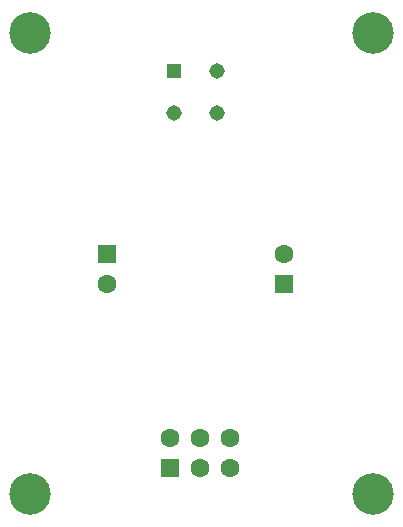
<source format=gbr>
G04 EAGLE Gerber RS-274X export*
G75*
%MOMM*%
%FSLAX34Y34*%
%LPD*%
%INTop Copper*%
%IPPOS*%
%AMOC8*
5,1,8,0,0,1.08239X$1,22.5*%
G01*
%ADD10R,1.308000X1.308000*%
%ADD11C,1.308000*%
%ADD12R,1.605000X1.605000*%
%ADD13C,1.605000*%
%ADD14C,3.516000*%


D10*
X132000Y368000D03*
D11*
X132000Y332000D03*
X168000Y332000D03*
X168000Y368000D03*
D12*
X127800Y31800D03*
D13*
X127800Y57200D03*
X153200Y31800D03*
X153200Y57200D03*
X178600Y31800D03*
X178600Y57200D03*
D12*
X75000Y212700D03*
D13*
X75000Y187300D03*
D12*
X225000Y187300D03*
D13*
X225000Y212700D03*
D14*
X300000Y10000D03*
X10000Y10000D03*
X300000Y400000D03*
X10000Y400000D03*
M02*

</source>
